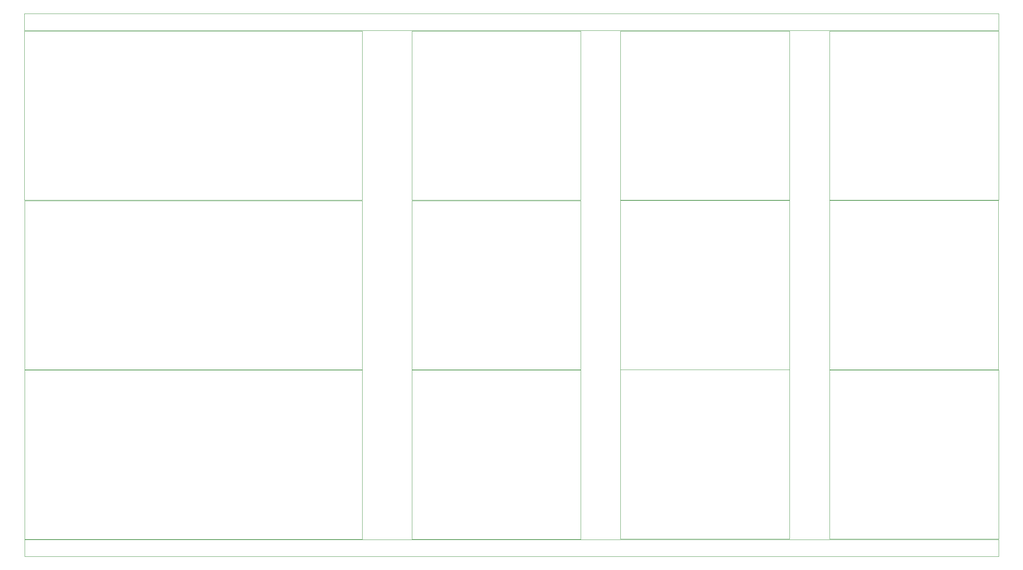
<source format=gbr>
%TF.GenerationSoftware,KiCad,Pcbnew,9.0.2*%
%TF.CreationDate,2025-05-17T12:02:21-04:00*%
%TF.ProjectId,ModularPSU,4d6f6475-6c61-4725-9053-552e6b696361,rev?*%
%TF.SameCoordinates,Original*%
%TF.FileFunction,Profile,NP*%
%FSLAX46Y46*%
G04 Gerber Fmt 4.6, Leading zero omitted, Abs format (unit mm)*
G04 Created by KiCad (PCBNEW 9.0.2) date 2025-05-17 12:02:21*
%MOMM*%
%LPD*%
G01*
G04 APERTURE LIST*
%TA.AperFunction,Profile*%
%ADD10C,0.050000*%
%TD*%
G04 APERTURE END LIST*
D10*
X113490000Y-62265000D02*
X33490000Y-62265000D01*
X113490000Y-22265000D02*
X113490000Y-62265000D01*
X264150000Y-22265000D02*
X224150000Y-22265000D01*
X174600000Y-23000000D02*
X174600000Y-22265000D01*
X125200000Y-62400000D02*
X165200000Y-62400000D01*
X165200000Y-102400000D01*
X125200000Y-102400000D01*
X125200000Y-62400000D01*
X113490000Y-22265000D02*
X33490000Y-22265000D01*
X224150000Y-102437500D02*
X264150000Y-102437500D01*
X264150000Y-142437500D01*
X224150000Y-142437500D01*
X224150000Y-102437500D01*
X224150000Y-62265000D02*
X224150000Y-22265000D01*
X174600000Y-102400000D02*
X214600000Y-102400000D01*
X214600000Y-142400000D01*
X174600000Y-142400000D01*
X174600000Y-102400000D01*
X125200000Y-62265000D02*
X125200000Y-22265000D01*
X33550000Y-142550000D02*
X264150000Y-142550000D01*
X264150000Y-146550000D01*
X33550000Y-146550000D01*
X33550000Y-142550000D01*
X214600000Y-22265000D02*
X214600000Y-62265000D01*
X174600000Y-62265000D02*
X174600000Y-23000000D01*
X214600000Y-62265000D02*
X174600000Y-62265000D01*
X224150000Y-62350000D02*
X264100000Y-62350000D01*
X264100000Y-102350000D01*
X224150000Y-102350000D01*
X224150000Y-62350000D01*
X33500000Y-62400000D02*
X113500000Y-62400000D01*
X113500000Y-102400000D01*
X33500000Y-102400000D01*
X33500000Y-62400000D01*
X264150000Y-62265000D02*
X224150000Y-62265000D01*
X165200000Y-22265000D02*
X165200000Y-62265000D01*
X264150000Y-22265000D02*
X264150000Y-62265000D01*
X174600000Y-62350000D02*
X214600000Y-62350000D01*
X214600000Y-102350000D01*
X174600000Y-102350000D01*
X174600000Y-62350000D01*
X165200000Y-62265000D02*
X125200000Y-62265000D01*
X125200000Y-102500000D02*
X165200000Y-102500000D01*
X165200000Y-142500000D01*
X125200000Y-142500000D01*
X125200000Y-102500000D01*
X33500000Y-102465000D02*
X113500000Y-102465000D01*
X113500000Y-142465000D01*
X33500000Y-142465000D01*
X33500000Y-102465000D01*
X33490000Y-18100000D02*
X264150000Y-18100000D01*
X264150000Y-22100000D01*
X33490000Y-22100000D01*
X33490000Y-18100000D01*
X214600000Y-22265000D02*
X174600000Y-22265000D01*
X165200000Y-22265000D02*
X125200000Y-22265000D01*
X33490000Y-62265000D02*
X33490000Y-22265000D01*
M02*

</source>
